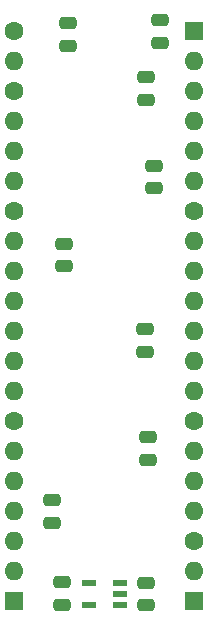
<source format=gbs>
%TF.GenerationSoftware,KiCad,Pcbnew,9.0.7*%
%TF.CreationDate,2026-01-29T17:43:02+02:00*%
%TF.ProjectId,HCP65 Device Interrupts,48435036-3520-4446-9576-69636520496e,V1*%
%TF.SameCoordinates,Original*%
%TF.FileFunction,Soldermask,Bot*%
%TF.FilePolarity,Negative*%
%FSLAX46Y46*%
G04 Gerber Fmt 4.6, Leading zero omitted, Abs format (unit mm)*
G04 Created by KiCad (PCBNEW 9.0.7) date 2026-01-29 17:43:02*
%MOMM*%
%LPD*%
G01*
G04 APERTURE LIST*
G04 Aperture macros list*
%AMRoundRect*
0 Rectangle with rounded corners*
0 $1 Rounding radius*
0 $2 $3 $4 $5 $6 $7 $8 $9 X,Y pos of 4 corners*
0 Add a 4 corners polygon primitive as box body*
4,1,4,$2,$3,$4,$5,$6,$7,$8,$9,$2,$3,0*
0 Add four circle primitives for the rounded corners*
1,1,$1+$1,$2,$3*
1,1,$1+$1,$4,$5*
1,1,$1+$1,$6,$7*
1,1,$1+$1,$8,$9*
0 Add four rect primitives between the rounded corners*
20,1,$1+$1,$2,$3,$4,$5,0*
20,1,$1+$1,$4,$5,$6,$7,0*
20,1,$1+$1,$6,$7,$8,$9,0*
20,1,$1+$1,$8,$9,$2,$3,0*%
G04 Aperture macros list end*
%ADD10C,1.600000*%
%ADD11O,1.600000X1.600000*%
%ADD12RoundRect,0.250000X-0.550000X-0.550000X0.550000X-0.550000X0.550000X0.550000X-0.550000X0.550000X0*%
%ADD13R,1.600000X1.600000*%
%ADD14R,1.150000X0.600000*%
%ADD15RoundRect,0.250000X-0.475000X0.250000X-0.475000X-0.250000X0.475000X-0.250000X0.475000X0.250000X0*%
%ADD16RoundRect,0.250000X0.475000X-0.250000X0.475000X0.250000X-0.475000X0.250000X-0.475000X-0.250000X0*%
G04 APERTURE END LIST*
D10*
%TO.C,J2*%
X0Y0D03*
D11*
X0Y-2540000D03*
D10*
X0Y-5080000D03*
D11*
X0Y-7620000D03*
X0Y-10160000D03*
X0Y-12700000D03*
D10*
X0Y-15240000D03*
D11*
X0Y-17780000D03*
X0Y-20320000D03*
X0Y-22860000D03*
X0Y-25400000D03*
X0Y-27940000D03*
X0Y-30480000D03*
D10*
X0Y-33020000D03*
D11*
X0Y-35560000D03*
X0Y-38100000D03*
X0Y-40640000D03*
X0Y-43180000D03*
X0Y-45720000D03*
D12*
X0Y-48260000D03*
D13*
X15240000Y-48260000D03*
D11*
X15240000Y-45720000D03*
D10*
X15240000Y-43180000D03*
D11*
X15240000Y-40640000D03*
X15240000Y-38100000D03*
X15240000Y-35560000D03*
D10*
X15240000Y-33020000D03*
D11*
X15240000Y-30480000D03*
X15240000Y-27940000D03*
X15240000Y-25400000D03*
X15240000Y-22860000D03*
X15240000Y-20320000D03*
X15240000Y-17780000D03*
D10*
X15240000Y-15240000D03*
D11*
X15240000Y-12700000D03*
X15240000Y-10160000D03*
X15240000Y-7620000D03*
X15240000Y-5080000D03*
X15240000Y-2540000D03*
D13*
X15240000Y0D03*
%TD*%
D14*
%TO.C,IC11*%
X8920000Y-46675000D03*
X8920000Y-47625000D03*
X8920000Y-48575000D03*
X6320000Y-48575000D03*
X6320000Y-46675000D03*
%TD*%
D15*
%TO.C,C12*%
X4572000Y680000D03*
X4572000Y-1220000D03*
%TD*%
%TO.C,C11*%
X11049000Y-25228000D03*
X11049000Y-27128000D03*
%TD*%
%TO.C,C10*%
X11176000Y-46691000D03*
X11176000Y-48591000D03*
%TD*%
%TO.C,C7*%
X4191000Y-17989000D03*
X4191000Y-19889000D03*
%TD*%
%TO.C,C6*%
X11176000Y-3892000D03*
X11176000Y-5792000D03*
%TD*%
%TO.C,C5*%
X3175000Y-39706000D03*
X3175000Y-41606000D03*
%TD*%
%TO.C,C4*%
X12319000Y934000D03*
X12319000Y-966000D03*
%TD*%
%TO.C,C3*%
X11811000Y-11385000D03*
X11811000Y-13285000D03*
%TD*%
%TO.C,C2*%
X11303000Y-34372000D03*
X11303000Y-36272000D03*
%TD*%
D16*
%TO.C,C9*%
X4064000Y-46659000D03*
X4064000Y-48559000D03*
%TD*%
M02*

</source>
